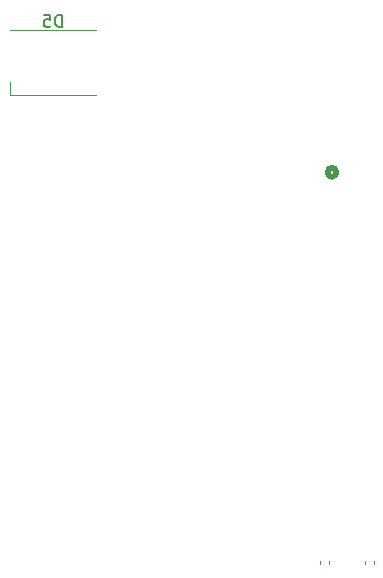
<source format=gbr>
%TF.GenerationSoftware,KiCad,Pcbnew,7.0.6*%
%TF.CreationDate,2024-03-18T22:30:39-04:00*%
%TF.ProjectId,Transmitter,5472616e-736d-4697-9474-65722e6b6963,rev?*%
%TF.SameCoordinates,Original*%
%TF.FileFunction,Legend,Bot*%
%TF.FilePolarity,Positive*%
%FSLAX46Y46*%
G04 Gerber Fmt 4.6, Leading zero omitted, Abs format (unit mm)*
G04 Created by KiCad (PCBNEW 7.0.6) date 2024-03-18 22:30:39*
%MOMM*%
%LPD*%
G01*
G04 APERTURE LIST*
%ADD10C,0.150000*%
%ADD11C,0.508000*%
%ADD12C,0.120000*%
G04 APERTURE END LIST*
D10*
X150738094Y-56954819D02*
X150738094Y-55954819D01*
X150738094Y-55954819D02*
X150499999Y-55954819D01*
X150499999Y-55954819D02*
X150357142Y-56002438D01*
X150357142Y-56002438D02*
X150261904Y-56097676D01*
X150261904Y-56097676D02*
X150214285Y-56192914D01*
X150214285Y-56192914D02*
X150166666Y-56383390D01*
X150166666Y-56383390D02*
X150166666Y-56526247D01*
X150166666Y-56526247D02*
X150214285Y-56716723D01*
X150214285Y-56716723D02*
X150261904Y-56811961D01*
X150261904Y-56811961D02*
X150357142Y-56907200D01*
X150357142Y-56907200D02*
X150499999Y-56954819D01*
X150499999Y-56954819D02*
X150738094Y-56954819D01*
X149261904Y-55954819D02*
X149738094Y-55954819D01*
X149738094Y-55954819D02*
X149785713Y-56431009D01*
X149785713Y-56431009D02*
X149738094Y-56383390D01*
X149738094Y-56383390D02*
X149642856Y-56335771D01*
X149642856Y-56335771D02*
X149404761Y-56335771D01*
X149404761Y-56335771D02*
X149309523Y-56383390D01*
X149309523Y-56383390D02*
X149261904Y-56431009D01*
X149261904Y-56431009D02*
X149214285Y-56526247D01*
X149214285Y-56526247D02*
X149214285Y-56764342D01*
X149214285Y-56764342D02*
X149261904Y-56859580D01*
X149261904Y-56859580D02*
X149309523Y-56907200D01*
X149309523Y-56907200D02*
X149404761Y-56954819D01*
X149404761Y-56954819D02*
X149642856Y-56954819D01*
X149642856Y-56954819D02*
X149738094Y-56907200D01*
X149738094Y-56907200D02*
X149785713Y-56859580D01*
D11*
%TO.C,J1*%
X174005600Y-69285001D02*
G75*
G03*
X174005600Y-69285001I-381000J0D01*
G01*
D12*
%TO.C,C5*%
X177160000Y-102192164D02*
X177160000Y-102407836D01*
X176440000Y-102192164D02*
X176440000Y-102407836D01*
%TO.C,C4*%
X172640000Y-102407836D02*
X172640000Y-102192164D01*
X173360000Y-102407836D02*
X173360000Y-102192164D01*
%TO.C,D5*%
X153650000Y-62750000D02*
X146350000Y-62750000D01*
X153650000Y-57250000D02*
X146350000Y-57250000D01*
X146350000Y-62750000D02*
X146350000Y-61600000D01*
%TD*%
M02*

</source>
